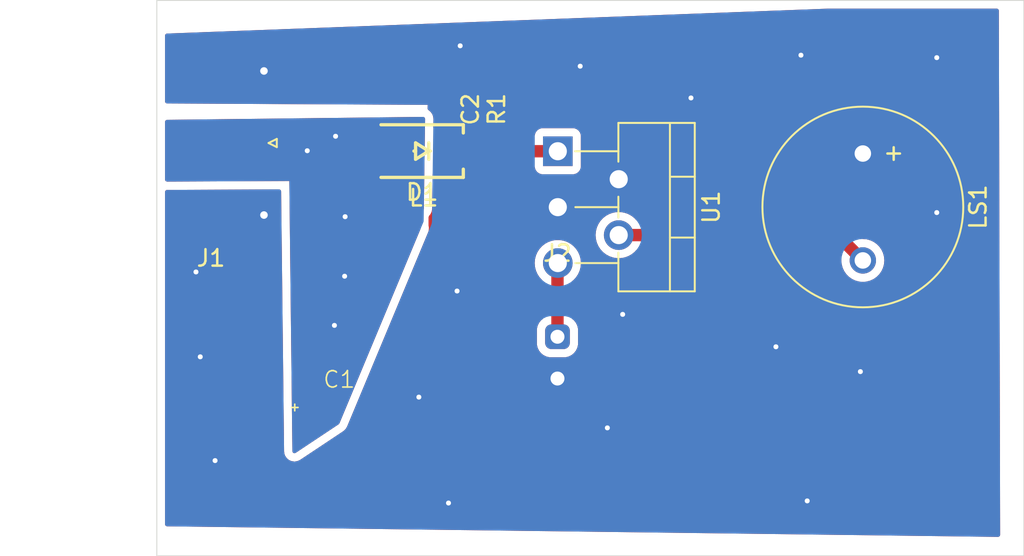
<source format=kicad_pcb>
(kicad_pcb (version 20240108) (generator "pcbnew") (generator_version "8.0")
  (layers (0 "F.Cu" signal) (31 "B.Cu" signal) (34 "B.Paste" user) (35 "F.Paste" user) (36 "B.SilkS" user "B.Silkscreen") (37 "F.SilkS" user "F.Silkscreen") (38 "B.Mask" user) (39 "F.Mask" user) (44 "Edge.Cuts" user))
  (net 0 "")
  (net 1 "Net-(D1-A)")
  (net 2 "GND")
  (net 3 "Net-(D1-K)")
  (net 4 "/V+")
  (net 5 "Net-(LS1-+)")
  (footprint "yume:Yu-C_0402_mil" (layer "F.Cu") (at 195.09 52.25 90)
    (property "Reference" "C2" (at 0 -1.16 90) (layer "F.SilkS"))
    (property "Value" "22uF")
    (pad "1" smd roundrect (at -0.5 0 90) (size 0.6 0.6) (layers "F.Cu" "F.Paste" "F.Mask") (net 3 "Net-(D1-K)"))
    (pad "2" smd roundrect (at 0.5 0 90) (size 0.6 0.6) (layers "F.Cu" "F.Paste" "F.Mask") (net 2 "GND"))
  )
  (footprint "Connector_Coaxial:SMA_Molex_73251-1153_EdgeMount_Horizontal" (layer "F.Cu") (at 179.67 54.3)
    (property "Reference" "J1" (at -1.5 7 360) (layer "F.SilkS"))
    (property "Value" "Conn_Coaxial")
    (fp_line (start 2 0) (end 2.5 -0.25) (stroke (width 0.12)) (layer "F.SilkS"))
    (fp_line (start 2.5 -0.25) (end 2.5 0.25) (stroke (width 0.12)) (layer "F.SilkS"))
    (fp_line (start 2.5 0.25) (end 2 0) (stroke (width 0.12)) (layer "F.SilkS"))
    (pad "1" smd rect (at -1.72 0) (size 5.08 2.29) (layers "F.Cu" "F.Paste" "F.Mask") (net 1 "Net-(D1-A)"))
    (pad "2" smd rect (at -1.72 -4.38) (size 5.08 2.42) (layers "F.Cu" "F.Paste" "F.Mask") (net 2 "GND"))
    (pad "2" smd rect (at -1.72 -4.38) (size 5.08 2.42) (layers "B.Cu" "B.Paste" "B.Mask") (net 2 "GND"))
    (pad "2" smd rect (at -1.72 4.38) (size 5.08 2.42) (layers "F.Cu" "B.Paste" "B.Mask") (net 2 "GND"))
    (pad "2" smd rect (at -1.72 4.38) (size 5.08 2.42) (layers "F.Cu" "F.Paste" "F.Mask") (net 2 "GND"))
    (pad "2" smd rect (at 1.27 -4.38) (size 0.95 0.46) (layers "F.Cu") (net 2 "GND"))
    (pad "2" smd rect (at 1.27 -4.38) (size 0.95 0.46) (layers "B.Cu") (net 2 "GND"))
    (pad "2" smd rect (at 1.27 4.38) (size 0.95 0.46) (layers "F.Cu") (net 2 "GND"))
    (pad "2" smd rect (at 1.27 4.38) (size 0.95 0.46) (layers "B.Cu") (net 2 "GND"))
    (pad "2" thru_hole circle (at 1.72 -4.38) (size 0.97 0.97) (drill 0.46) (layers "*.Cu") (net 2 "GND"))
    (pad "2" thru_hole circle (at 1.72 4.38) (size 0.97 0.97) (drill 0.46) (layers "*.Cu") (net 2 "GND"))
  )
  (footprint "Package_TO_SOT_THT:TO-220-5_P3.4x3.7mm_StaggerOdd_Lead3.8mm_Vertical" (layer "F.Cu") (at 199.24 54.8 -90)
    (property "Reference" "U1" (at 3.4 -9.32 90) (layer "F.SilkS"))
    (property "Value" "LM1875")
    (fp_line (start -1.721 -3.679) (end 0.635 -3.679) (stroke (width 0.12)) (layer "F.SilkS"))
    (fp_line (start 0 -3.679) (end 0 -1.049) (stroke (width 0.12)) (layer "F.SilkS"))
    (fp_line (start 2.765 -3.679) (end 4.035 -3.679) (stroke (width 0.12)) (layer "F.SilkS"))
    (fp_line (start 3.4 -3.679) (end 3.4 -1.065) (stroke (width 0.12)) (layer "F.SilkS"))
    (fp_line (start 6.165 -3.679) (end 8.52 -3.679) (stroke (width 0.12)) (layer "F.SilkS"))
    (fp_line (start 6.8 -3.679) (end 6.8 -1.065) (stroke (width 0.12)) (layer "F.SilkS"))
    (fp_line (start -1.721 -6.811) (end 8.52 -6.811) (stroke (width 0.12)) (layer "F.SilkS"))
    (fp_line (start -1.721 -8.32) (end -1.721 -3.679) (stroke (width 0.12)) (layer "F.SilkS"))
    (fp_line (start -1.721 -8.32) (end 8.52 -8.32) (stroke (width 0.12)) (layer "F.SilkS"))
    (fp_line (start 1.55 -8.32) (end 1.55 -6.811) (stroke (width 0.12)) (layer "F.SilkS"))
    (fp_line (start 5.25 -8.32) (end 5.25 -6.811) (stroke (width 0.12)) (layer "F.SilkS"))
    (fp_line (start 8.52 -8.32) (end 8.52 -3.679) (stroke (width 0.12)) (layer "F.SilkS"))
    (pad "1" thru_hole rect (at 0 0 270) (size 1.8 1.8) (drill 1.1) (layers "*.Cu" "*.Mask") (net 3 "Net-(D1-K)"))
    (pad "2" thru_hole oval (at 1.7 -3.7 270) (size 1.8 1.8) (drill 1.1) (layers "*.Cu" "*.Mask") (net 2 "GND"))
    (pad "3" thru_hole oval (at 3.4 0 270) (size 1.8 1.8) (drill 1.1) (layers "*.Cu" "*.Mask") (net 2 "GND"))
    (pad "4" thru_hole oval (at 5.1 -3.7 270) (size 1.8 1.8) (drill 1.1) (layers "*.Cu" "*.Mask") (net 5 "Net-(LS1-+)"))
    (pad "5" thru_hole oval (at 6.8 0 270) (size 1.8 1.8) (drill 1.1) (layers "*.Cu" "*.Mask") (net 4 "/V+"))
  )
  (footprint "Buzzer_Beeper:MagneticBuzzer_ProSignal_ABT-410-RC" (layer "F.Cu") (at 217.77 54.94 -90)
    (property "Reference" "LS1" (at 3.25 -7 90) (layer "F.SilkS"))
    (property "Value" "Earphone")
    (fp_circle (center 3.25 0) (end 9.35 0) (stroke (width 0.12)) (fill none) (layer "F.SilkS"))
    (fp_text user "+" (at 0 -1.8 90) (layer "F.SilkS"))
    (pad "1" thru_hole rect (at 0 0 270) (size 1.6 1.6) (drill 1) (layers "*.Cu" "*.Mask") (net 2 "GND"))
    (pad "2" thru_hole circle (at 6.5 0 270) (size 1.6 1.6) (drill 1) (layers "*.Cu" "*.Mask") (net 5 "Net-(LS1-+)"))
  )
  (footprint "yume:Yu-L_0603_mil" (layer "F.Cu") (at 191.09 59.07)
    (property "Reference" "L1" (at 0 -1.43 0) (layer "F.SilkS"))
    (property "Value" "1mH")
    (pad "1" smd roundrect (at -0.75 0) (size 0.9 0.9) (layers "F.Cu" "F.Paste" "F.Mask") (net 1 "Net-(D1-A)"))
    (pad "2" smd roundrect (at 0.75 0) (size 0.9 0.9) (layers "F.Cu" "F.Paste" "F.Mask") (net 2 "GND"))
  )
  (footprint "yume:Yu-D_SMA" (layer "F.Cu") (at 191 54.79 180)
    (property "Reference" "D1" (at 0 -2.5 0) (layer "F.SilkS"))
    (property "Value" "D")
    (fp_line (start 0.4 0.5) (end -0.4 0) (stroke (width 0.2)) (layer "F.SilkS"))
    (fp_line (start 0.4 0) (end 0.5 0) (stroke (width 0.2)) (layer "F.SilkS"))
    (fp_line (start 0.4 -0.5) (end 0.4 0.5) (stroke (width 0.2)) (layer "F.SilkS"))
    (fp_line (start -0.4 0) (end 0.4 -0.5) (stroke (width 0.2)) (layer "F.SilkS"))
    (fp_line (start -0.4 0) (end -0.5 0) (stroke (width 0.2)) (layer "F.SilkS"))
    (fp_line (start -0.4 -0.5) (end -0.4 0.5) (stroke (width 0.2)) (layer "F.SilkS"))
    (fp_line (start -2.5 1.6) (end 2.5 1.6) (stroke (width 0.2)) (layer "F.SilkS"))
    (fp_line (start -2.5 1.1) (end -2.5 1.6) (stroke (width 0.2)) (layer "F.SilkS"))
    (fp_line (start -2.5 -1.6) (end 2.5 -1.6) (stroke (width 0.2)) (layer "F.SilkS"))
    (fp_line (start -2.5 -1.6) (end -2.5 -1.1) (stroke (width 0.2)) (layer "F.SilkS"))
    (pad "1" smd roundrect (at -2 0 180) (size 2.5 1.8) (layers "F.Cu" "F.Paste" "F.Mask") (net 3 "Net-(D1-K)"))
    (pad "2" smd roundrect (at 2 0 180) (size 2.5 1.8) (layers "F.Cu" "F.Paste" "F.Mask") (net 1 "Net-(D1-A)"))
  )
  (footprint "yume:Yu-R_0402_mil" (layer "F.Cu") (at 196.69 52.25 90)
    (property "Reference" "R1" (at 0 -1.17 90) (layer "F.SilkS"))
    (property "Value" "100k")
    (pad "1" smd roundrect (at -0.5 0 90) (size 0.6 0.6) (layers "F.Cu" "F.Paste" "F.Mask") (net 3 "Net-(D1-K)"))
    (pad "2" smd roundrect (at 0.5 0 90) (size 0.6 0.6) (layers "F.Cu" "F.Paste" "F.Mask") (net 2 "GND"))
  )
  (footprint "Variable Capacitors:Murata_7-50pF" (layer "F.Cu") (at 185.96 71.38)
    (property "Reference" "C1" (at 0 -2.7 0) (layer "F.SilkS") (effects (font (thickness 0.1))))
    (property "Value" "7-50pF")
    (fp_line (start -2.9 -1) (end -2.5 -1) (stroke (width 0.1)) (layer "F.SilkS"))
    (fp_line (start -2.7 -1.2) (end -2.7 -0.8) (stroke (width 0.1)) (layer "F.SilkS"))
    (pad "1" smd rect (at -2 0) (size 1.075 1.25) (layers "F.Cu" "F.Paste" "F.Mask") (net 1 "Net-(D1-A)"))
    (pad "2" smd rect (at 2 0) (size 1.075 1.25) (layers "F.Cu" "F.Paste" "F.Mask") (net 2 "GND"))
  )
  (footprint "yume:Yu-Pin-1x02-2.54-1.5-0.85-1" (layer "F.Cu") (at 199.22 66.08)
    (property "Reference" "J2" (at 0 -5.08 0) (layer "F.SilkS"))
    (property "Value" "Conn_01x02_Pin")
    (pad "1" thru_hole roundrect (at 0 0) (size 1.5 1.5) (drill 0.85) (layers "*.Cu" "*.Mask") (net 4 "/V+"))
    (pad "2" thru_hole circle (at 0 2.54) (size 1.5 1.5) (drill 0.85) (layers "*.Cu" "*.Mask") (net 2 "GND"))
  )
  (gr_rect (start 174.88 45.63) (end 227.55 79.4) (stroke (width 0.05)) (fill none) (layer "Edge.Cuts"))
  (via (at 185.67 65.39) (size 0.6) (drill 0.3) (layers "F.Cu" "B.Cu") (net 1))
  (via (at 186.29 62.4) (size 0.6) (drill 0.3) (layers "F.Cu" "B.Cu") (net 1))
  (via (at 184.02 54.77) (size 0.6) (drill 0.3) (layers "F.Cu" "B.Cu") (net 1))
  (via (at 185.74 53.89) (size 0.6) (drill 0.3) (layers "F.Cu" "B.Cu") (net 1))
  (via (at 186.32 58.78) (size 0.6) (drill 0.3) (layers "F.Cu" "B.Cu") (net 1))
  (via (at 203.18 64.72) (size 0.6) (drill 0.3) (layers "F.Cu" "B.Cu") (net 2))
  (via (at 222.26 49.11) (size 0.6) (drill 0.3) (layers "F.Cu" "B.Cu") (net 2))
  (via (at 212.49 66.69) (size 0.6) (drill 0.3) (layers "F.Cu" "B.Cu") (net 2))
  (via (at 222.26 58.53) (size 0.6) (drill 0.3) (layers "F.Cu" "B.Cu") (net 2))
  (via (at 214.39 76.06) (size 0.6) (drill 0.3) (layers "F.Cu" "B.Cu") (net 2))
  (via (at 190.8 69.75) (size 0.6) (drill 0.3) (layers "F.Cu" "B.Cu") (net 2))
  (via (at 207.33 51.56) (size 0.6) (drill 0.3) (layers "F.Cu" "B.Cu") (net 2))
  (via (at 202.25 71.62) (size 0.6) (drill 0.3) (layers "F.Cu" "B.Cu") (net 2))
  (via (at 178.42 73.61) (size 0.6) (drill 0.3) (layers "F.Cu" "B.Cu") (net 2))
  (via (at 177.52 67.3) (size 0.6) (drill 0.3) (layers "F.Cu" "B.Cu") (net 2))
  (via (at 193.31 48.39) (size 0.6) (drill 0.3) (layers "F.Cu" "B.Cu") (net 2))
  (via (at 177.26 62.14) (size 0.6) (drill 0.3) (layers "F.Cu" "B.Cu") (net 2))
  (via (at 217.62 68.2) (size 0.6) (drill 0.3) (layers "F.Cu" "B.Cu") (net 2))
  (via (at 192.6 76.19) (size 0.6) (drill 0.3) (layers "F.Cu" "B.Cu") (net 2))
  (via (at 193.12 63.3) (size 0.6) (drill 0.3) (layers "F.Cu" "B.Cu") (net 2))
  (via (at 200.6 49.63) (size 0.6) (drill 0.3) (layers "F.Cu" "B.Cu") (net 2))
  (via (at 214.01 48.96) (size 0.6) (drill 0.3) (layers "F.Cu" "B.Cu") (net 2))
  (segment (start 196.69 52.75) (end 196.69 54.15) (width 0.2) (layer "F.Cu") (net 3))
  (segment (start 196.04 54.8) (end 194.55 54.8) (width 0.75) (layer "F.Cu") (net 3))
  (segment (start 195.09 52.75) (end 195.09 54.26) (width 0.2) (layer "F.Cu") (net 3))
  (segment (start 199.24 54.8) (end 196.04 54.8) (width 0.75) (layer "F.Cu") (net 3))
  (segment (start 196.69 54.15) (end 196.04 54.8) (width 0.2) (layer "F.Cu") (net 3))
  (segment (start 194.55 54.8) (end 193.01 54.8) (width 0.75) (layer "F.Cu") (net 3))
  (segment (start 193.01 54.8) (end 193 54.79) (width 0.75) (layer "F.Cu") (net 3))
  (segment (start 195.09 54.26) (end 194.55 54.8) (width 0.2) (layer "F.Cu") (net 3))
  (segment (start 199.22 61.62) (end 199.24 61.6) (width 0.75) (layer "F.Cu") (net 4))
  (segment (start 199.22 66.08) (end 199.22 61.62) (width 0.75) (layer "F.Cu") (net 4))
  (segment (start 216.23 59.9) (end 217.77 61.44) (width 0.75) (layer "F.Cu") (net 5))
  (segment (start 202.94 59.9) (end 216.23 59.9) (width 0.75) (layer "F.Cu") (net 5))
  (zone (net 2) (net_name "GND") (layers "F&B.Cu") (connect_pads yes (clearance 0.5)) (min_thickness 0.25) (fill yes (thermal_gap 0.5) (thermal_bridge_width 0.5))
    (polygon (pts (xy 174.58 47.68) (xy 174.4 51.89) (xy 191.34 51.98) (xy 191.11 56.48) (xy 191.09 59.07) (xy 185.96 71.38) (xy 183.12 73.27) (xy 182.93 56.61) (xy 174.75 56.65) (xy 175.07 77.6) (xy 226.11 78.25) (xy 226.03 45.74)))
  )
  (zone (net 1) (net_name "Net-(D1-A)") (layers "F&B.Cu") (priority 1) (connect_pads yes (clearance 0.5)) (min_thickness 0.25) (fill yes (thermal_gap 0.5) (thermal_bridge_width 0.5))
    (polygon (pts (xy 174.75 52.9) (xy 174.75 56.65) (xy 182.93 56.61) (xy 183.12 73.27) (xy 185.96 71.38) (xy 191.09 59.07) (xy 191.18 52.71)))
  )
)
</source>
